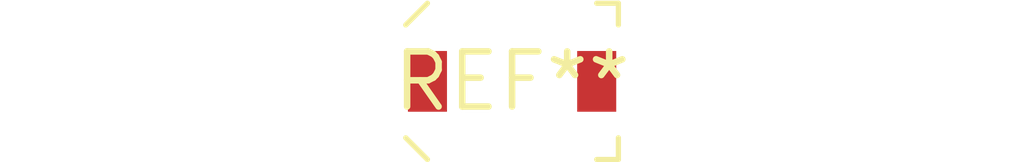
<source format=kicad_pcb>
(kicad_pcb (version 20240108) (generator pcbnew)
  (layers (0 "F.Cu" signal) (31 "B.Cu" signal) (34 "B.Paste" user) (35 "F.Paste" user) (36 "B.SilkS" user "B.Silkscreen") (37 "F.SilkS" user "F.Silkscreen") (38 "B.Mask" user) (39 "F.Mask" user) (44 "Edge.Cuts" user))
  (net 0 "")
  (footprint "C_Trimmer_Voltronics_JZ" (layer "F.Cu") (at 0 0)
    (property "Reference" "REF**")
    (property "Value" "C_Trimmer_Voltronics_JZ")
    (fp_line (start -2.45 -1.3) (end -1.95 -1.8) (layer "F.SilkS") (stroke (width 0.12)))
    (fp_line (start -2.45 1.3) (end -1.95 1.8) (layer "F.SilkS") (stroke (width 0.12)))
    (fp_line (start 2.45 -1.8) (end 1.95 -1.8) (layer "F.SilkS") (stroke (width 0.12)))
    (fp_line (start 2.45 -1.8) (end 2.45 -1.3) (layer "F.SilkS") (stroke (width 0.12)))
    (fp_line (start 2.45 1.8) (end 1.95 1.8) (layer "F.SilkS") (stroke (width 0.12)))
    (fp_line (start 2.45 1.8) (end 2.45 1.3) (layer "F.SilkS") (stroke (width 0.12)))
    (pad "1" smd rect (at -1.95 0) (size 0.9 1.4) (layers "F.Cu" "F.Paste" "F.Mask"))
    (pad "2" smd rect (at 1.95 0) (size 0.9 1.4) (layers "F.Cu" "F.Paste" "F.Mask"))
  )
)
</source>
